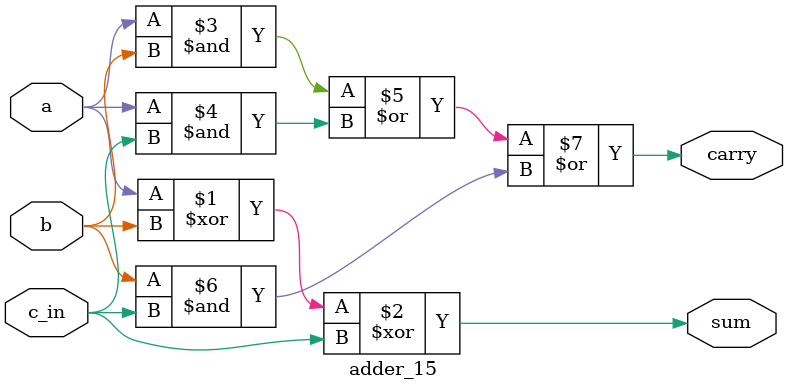
<source format=sv>
module adder_15 (input a, b, c_in, output sum, carry);
  assign sum = a ^ b ^ c_in;
  assign carry = (a & b) | (a & c_in) | (b & c_in);
endmodule
</source>
